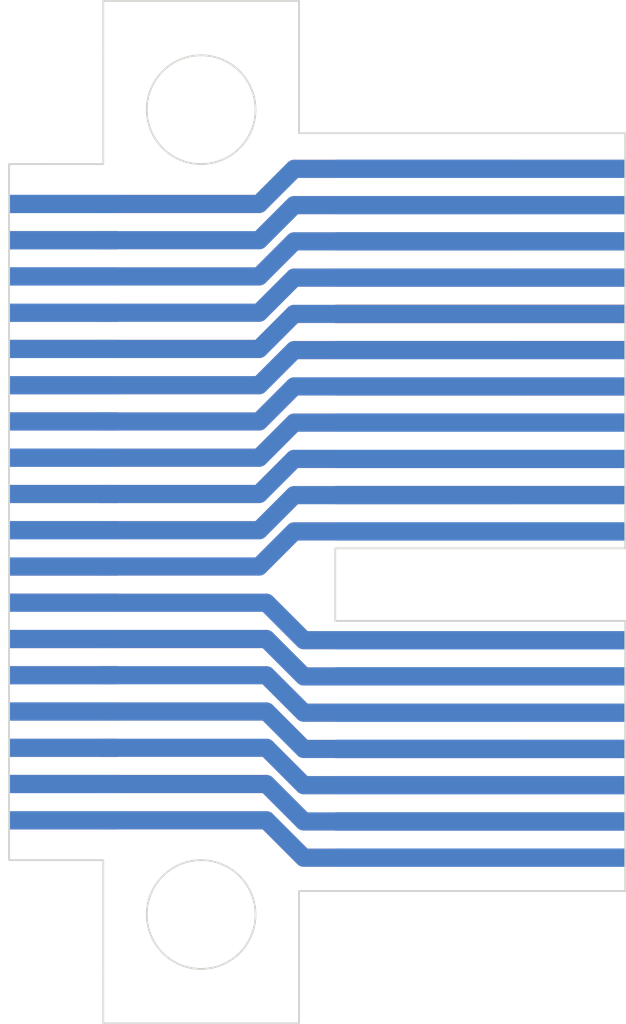
<source format=kicad_pcb>
(kicad_pcb (version 20241229) (generator "pcbnew") (generator_version "9.0")
  (title_block (date "2025-03-12"))
  (layers (0 "F.Cu" signal) (2 "B.Cu" signal) (13 "F.Paste" user) (15 "B.Paste" user) (5 "F.SilkS" user "F.Silkscreen") (7 "B.SilkS" user "B.Silkscreen") (1 "F.Mask" user) (3 "B.Mask" user) (25 "Edge.Cuts" user))
  (net 0 "")
  (footprint "" (layer "F.Cu") (at 73 56.1)
    (property "Reference" "")
    (property "Value" "")
  )
  (footprint "" (layer "F.Cu") (at 86 50.1325)
    (property "Reference" "")
    (property "Value" "")
  )
  (footprint "" (layer "F.Cu") (at 86 58.1325)
    (property "Reference" "")
    (property "Value" "")
  )
  (footprint "" (layer "F.Cu") (at 86 52.1325)
    (property "Reference" "")
    (property "Value" "")
  )
  (footprint "" (layer "F.Cu") (at 86 69.1325)
    (property "Reference" "")
    (property "Value" "")
  )
  (footprint "" (layer "F.Cu") (at 73 53.1)
    (property "Reference" "")
    (property "Value" "")
  )
  (footprint "footprints:F-Cu Copper pad" (layer "F.Cu") (at 86 51.1325)
    (property "Reference" "REF**" (hide yes))
    (property "Value" "Copper pad" (hide yes))
  )
  (footprint "" (layer "F.Cu") (at 86 50.1325)
    (property "Reference" "")
    (property "Value" "")
  )
  (footprint "footprints:F-Cu Copper pad" (layer "F.Cu") (at 86 55.1325)
    (property "Reference" "REF**" (hide yes))
    (property "Value" "Copper pad" (hide yes))
  )
  (footprint "" (layer "F.Cu") (at 74.5 67.1)
    (property "Reference" "")
    (property "Value" "")
  )
  (footprint "" (layer "F.Cu") (at 86 67.1325)
    (property "Reference" "")
    (property "Value" "")
  )
  (footprint "" (layer "F.Cu") (at 86 56.1325)
    (property "Reference" "")
    (property "Value" "")
  )
  (footprint "" (layer "F.Cu") (at 74.5 65.1)
    (property "Reference" "")
    (property "Value" "")
  )
  (footprint "" (layer "F.Cu") (at 74.5 68.1)
    (property "Reference" "")
    (property "Value" "")
  )
  (footprint "" (layer "F.Cu") (at 86 68.1325)
    (property "Reference" "")
    (property "Value" "")
  )
  (footprint "" (layer "F.Cu") (at 86 65.1325)
    (property "Reference" "")
    (property "Value" "")
  )
  (footprint "" (layer "F.Cu") (at 86 58.1325)
    (property "Reference" "")
    (property "Value" "")
  )
  (footprint "" (layer "F.Cu") (at 86 67.1325)
    (property "Reference" "")
    (property "Value" "")
  )
  (footprint "" (layer "F.Cu") (at 86 64.1325)
    (property "Reference" "")
    (property "Value" "")
  )
  (footprint "" (layer "F.Cu") (at 86 55.1325)
    (property "Reference" "")
    (property "Value" "")
  )
  (footprint "footprints:F-Cu Copper pad" (layer "F.Cu") (at 86 59.1325)
    (property "Reference" "REF**" (hide yes))
    (property "Value" "Copper pad" (hide yes))
  )
  (footprint "" (layer "F.Cu") (at 86 60.1325)
    (property "Reference" "")
    (property "Value" "")
  )
  (footprint "" (layer "F.Cu") (at 74.5 51.1)
    (property "Reference" "")
    (property "Value" "")
  )
  (footprint "" (layer "F.Cu") (at 86 54.1325)
    (property "Reference" "")
    (property "Value" "")
  )
  (footprint "" (layer "F.Cu") (at 74.5 64.1)
    (property "Reference" "")
    (property "Value" "")
  )
  (footprint "" (layer "F.Cu") (at 86 67.1325)
    (property "Reference" "")
    (property "Value" "")
  )
  (footprint "" (layer "F.Cu") (at 86 52.1325)
    (property "Reference" "")
    (property "Value" "")
  )
  (footprint "" (layer "F.Cu") (at 73 52.1)
    (property "Reference" "")
    (property "Value" "")
  )
  (footprint "" (layer "F.Cu") (at 86 66.1325)
    (property "Reference" "")
    (property "Value" "")
  )
  (footprint "" (layer "F.Cu") (at 74.5 53.1)
    (property "Reference" "")
    (property "Value" "")
  )
  (footprint "" (layer "F.Cu") (at 86 55.1325)
    (property "Reference" "")
    (property "Value" "")
  )
  (footprint "" (layer "F.Cu") (at 73 59.1)
    (property "Reference" "")
    (property "Value" "")
  )
  (footprint "footprints:F-Cu Copper pad" (layer "F.Cu") (at 86 56.1325)
    (property "Reference" "REF**" (hide yes))
    (property "Value" "Copper pad" (hide yes))
  )
  (footprint "" (layer "F.Cu") (at 74.5 65.1)
    (property "Reference" "")
    (property "Value" "")
  )
  (footprint "footprints:F-Cu Copper pad" (layer "F.Cu") (at 86 60.1325)
    (property "Reference" "REF**" (hide yes))
    (property "Value" "Copper pad" (hide yes))
  )
  (footprint "" (layer "F.Cu") (at 73 60.1)
    (property "Reference" "")
    (property "Value" "")
  )
  (footprint "" (layer "F.Cu") (at 86 59.1325)
    (property "Reference" "")
    (property "Value" "")
  )
  (footprint "" (layer "F.Cu") (at 74.5 62.1)
    (property "Reference" "")
    (property "Value" "")
  )
  (footprint "" (layer "F.Cu") (at 86 63.1325)
    (property "Reference" "")
    (property "Value" "")
  )
  (footprint "" (layer "F.Cu") (at 73 66.1)
    (property "Reference" "")
    (property "Value" "")
  )
  (footprint "" (layer "F.Cu") (at 86 65.1325)
    (property "Reference" "")
    (property "Value" "")
  )
  (footprint "footprints:F-Cu Copper pad" (layer "F.Cu") (at 86 54.1325)
    (property "Reference" "REF**" (hide yes))
    (property "Value" "Copper pad" (hide yes))
  )
  (footprint "" (layer "F.Cu") (at 86 54.1325)
    (property "Reference" "")
    (property "Value" "")
  )
  (footprint "" (layer "F.Cu") (at 74.5 60.1)
    (property "Reference" "")
    (property "Value" "")
  )
  (footprint "" (layer "F.Cu") (at 86 53.1325)
    (property "Reference" "")
    (property "Value" "")
  )
  (footprint "" (layer "F.Cu") (at 86 57.1325)
    (property "Reference" "")
    (property "Value" "")
  )
  (footprint "" (layer "F.Cu") (at 86 63.1325)
    (property "Reference" "")
    (property "Value" "")
  )
  (footprint "footprints:F-Cu Copper pad" (layer "F.Cu") (at 86 67.1325)
    (property "Reference" "REF**" (hide yes))
    (property "Value" "Copper pad" (hide yes))
  )
  (footprint "" (layer "F.Cu") (at 86 66.1325)
    (property "Reference" "")
    (property "Value" "")
  )
  (footprint "" (layer "F.Cu") (at 73 52.1)
    (property "Reference" "")
    (property "Value" "")
  )
  (footprint "" (layer "F.Cu") (at 74.5 58.1)
    (property "Reference" "")
    (property "Value" "")
  )
  (footprint "footprints:F-Cu Copper pad" (layer "F.Cu") (at 86 53.1325)
    (property "Reference" "REF**" (hide yes))
    (property "Value" "Copper pad" (hide yes))
  )
  (footprint "" (layer "F.Cu") (at 86 64.1325)
    (property "Reference" "")
    (property "Value" "")
  )
  (footprint "" (layer "F.Cu") (at 74.5 55.1)
    (property "Reference" "")
    (property "Value" "")
  )
  (footprint "footprints:F-Cu Copper pad" (layer "F.Cu") (at 86 53.1325)
    (property "Reference" "REF**" (hide yes))
    (property "Value" "Copper pad" (hide yes))
  )
  (footprint "" (layer "F.Cu") (at 73 60.1)
    (property "Reference" "")
    (property "Value" "")
  )
  (footprint "" (layer "F.Cu") (at 86 58.1325)
    (property "Reference" "")
    (property "Value" "")
  )
  (footprint "" (layer "F.Cu") (at 86 66.1325)
    (property "Reference" "")
    (property "Value" "")
  )
  (footprint "" (layer "F.Cu") (at 86 51.1325)
    (property "Reference" "")
    (property "Value" "")
  )
  (footprint "footprints:F-Cu Copper pad" (layer "F.Cu") (at 86 57.1325)
    (property "Reference" "REF**" (hide yes))
    (property "Value" "Copper pad" (hide yes))
  )
  (footprint "" (layer "F.Cu") (at 74.5 53.1)
    (property "Reference" "")
    (property "Value" "")
  )
  (footprint "" (layer "F.Cu") (at 86 67.1325)
    (property "Reference" "")
    (property "Value" "")
  )
  (footprint "" (layer "F.Cu") (at 74.5 64.1)
    (property "Reference" "")
    (property "Value" "")
  )
  (footprint "" (layer "F.Cu") (at 73 57.1)
    (property "Reference" "")
    (property "Value" "")
  )
  (footprint "" (layer "F.Cu") (at 74.5 54.1)
    (property "Reference" "")
    (property "Value" "")
  )
  (footprint "" (layer "F.Cu") (at 86 63.1325)
    (property "Reference" "")
    (property "Value" "")
  )
  (footprint "" (layer "F.Cu") (at 74.5 57.1)
    (property "Reference" "")
    (property "Value" "")
  )
  (footprint "" (layer "F.Cu") (at 86 68.1325)
    (property "Reference" "")
    (property "Value" "")
  )
  (footprint "footprints:F-Cu Copper pad" (layer "F.Cu") (at 86 64.1325)
    (property "Reference" "REF**" (hide yes))
    (property "Value" "Copper pad" (hide yes))
  )
  (footprint "" (layer "F.Cu") (at 86 69.1325)
    (property "Reference" "")
    (property "Value" "")
  )
  (footprint "" (layer "F.Cu") (at 73 61.1)
    (property "Reference" "")
    (property "Value" "")
  )
  (footprint "" (layer "F.Cu") (at 86 67.1325)
    (property "Reference" "")
    (property "Value" "")
  )
  (footprint "" (layer "F.Cu") (at 86 65.1325)
    (property "Reference" "")
    (property "Value" "")
  )
  (footprint "" (layer "F.Cu") (at 74.5 57.1)
    (property "Reference" "")
    (property "Value" "")
  )
  (footprint "footprints:F-Cu Copper pad" (layer "F.Cu") (at 86 68.1325)
    (property "Reference" "REF**" (hide yes))
    (property "Value" "Copper pad" (hide yes))
  )
  (footprint "" (layer "F.Cu") (at 74.5 62.1)
    (property "Reference" "")
    (property "Value" "")
  )
  (footprint "" (layer "F.Cu") (at 86 64.1325)
    (property "Reference" "")
    (property "Value" "")
  )
  (footprint "" (layer "F.Cu") (at 86 68.1325)
    (property "Reference" "")
    (property "Value" "")
  )
  (footprint "" (layer "F.Cu") (at 73 54.1)
    (property "Reference" "")
    (property "Value" "")
  )
  (footprint "" (layer "F.Cu") (at 86 64.1325)
    (property "Reference" "")
    (property "Value" "")
  )
  (footprint "" (layer "F.Cu") (at 73 67.1)
    (property "Reference" "")
    (property "Value" "")
  )
  (footprint "" (layer "F.Cu") (at 73 68.1)
    (property "Reference" "")
    (property "Value" "")
  )
  (footprint "" (layer "F.Cu") (at 73 55.1)
    (property "Reference" "")
    (property "Value" "")
  )
  (footprint "" (layer "F.Cu") (at 86 56.1325)
    (property "Reference" "")
    (property "Value" "")
  )
  (footprint "" (layer "F.Cu") (at 86 69.1325)
    (property "Reference" "")
    (property "Value" "")
  )
  (footprint "" (layer "F.Cu") (at 86 56.1325)
    (property "Reference" "")
    (property "Value" "")
  )
  (footprint "" (layer "F.Cu") (at 86 69.1325)
    (property "Reference" "")
    (property "Value" "")
  )
  (footprint "" (layer "F.Cu") (at 86 66.1325)
    (property "Reference" "")
    (property "Value" "")
  )
  (footprint "" (layer "F.Cu") (at 86 65.1325)
    (property "Reference" "")
    (property "Value" "")
  )
  (footprint "footprints:F-Cu Copper pad" (layer "F.Cu") (at 86 52.1325)
    (property "Reference" "REF**" (hide yes))
    (property "Value" "Copper pad" (hide yes))
  )
  (footprint "" (layer "F.Cu") (at 74.5 60.1)
    (property "Reference" "")
    (property "Value" "")
  )
  (footprint "footprints:F-Cu Copper pad" (layer "F.Cu") (at 86 50.1325)
    (property "Reference" "REF**" (hide yes))
    (property "Value" "Copper pad" (hide yes))
  )
  (footprint "" (layer "F.Cu") (at 73 58.1)
    (property "Reference" "")
    (property "Value" "")
  )
  (footprint "" (layer "F.Cu") (at 74.5 63.1)
    (property "Reference" "")
    (property "Value" "")
  )
  (footprint "" (layer "F.Cu") (at 74.5 63.1)
    (property "Reference" "")
    (property "Value" "")
  )
  (footprint "" (layer "F.Cu") (at 73 62.1)
    (property "Reference" "")
    (property "Value" "")
  )
  (footprint "" (layer "F.Cu") (at 74.5 51.1)
    (property "Reference" "")
    (property "Value" "")
  )
  (footprint "" (layer "F.Cu") (at 74.5 54.1)
    (property "Reference" "")
    (property "Value" "")
  )
  (footprint "" (layer "F.Cu") (at 86 63.1325)
    (property "Reference" "")
    (property "Value" "")
  )
  (footprint "" (layer "F.Cu") (at 86 68.1325)
    (property "Reference" "")
    (property "Value" "")
  )
  (footprint "" (layer "F.Cu") (at 86 67.1325)
    (property "Reference" "")
    (property "Value" "")
  )
  (footprint "" (layer "F.Cu") (at 86 54.1325)
    (property "Reference" "")
    (property "Value" "")
  )
  (footprint "" (layer "F.Cu") (at 86 63.1325)
    (property "Reference" "")
    (property "Value" "")
  )
  (footprint "" (layer "F.Cu") (at 86 53.1325)
    (property "Reference" "")
    (property "Value" "")
  )
  (footprint "" (layer "F.Cu") (at 73 58.1)
    (property "Reference" "")
    (property "Value" "")
  )
  (footprint "" (layer "F.Cu") (at 86 58.1325)
    (property "Reference" "")
    (property "Value" "")
  )
  (footprint "" (layer "F.Cu") (at 74.5 56.1)
    (property "Reference" "")
    (property "Value" "")
  )
  (footprint "" (layer "F.Cu") (at 73 51.1)
    (property "Reference" "")
    (property "Value" "")
  )
  (footprint "footprints:F-Cu Copper pad" (layer "F.Cu") (at 86 65.1325)
    (property "Reference" "REF**" (hide yes))
    (property "Value" "Copper pad" (hide yes))
  )
  (footprint "footprints:F-Cu Copper pad" (layer "F.Cu") (at 86 56.1325)
    (property "Reference" "REF**" (hide yes))
    (property "Value" "Copper pad" (hide yes))
  )
  (footprint "" (layer "F.Cu") (at 86 53.1325)
    (property "Reference" "")
    (property "Value" "")
  )
  (footprint "" (layer "F.Cu") (at 74.5 61.1)
    (property "Reference" "")
    (property "Value" "")
  )
  (footprint "" (layer "F.Cu") (at 74.5 67.1)
    (property "Reference" "")
    (property "Value" "")
  )
  (footprint "" (layer "F.Cu") (at 73 53.1)
    (property "Reference" "")
    (property "Value" "")
  )
  (footprint "footprints:F-Cu Copper pad" (layer "F.Cu") (at 86 58.1325)
    (property "Reference" "REF**" (hide yes))
    (property "Value" "Copper pad" (hide yes))
  )
  (footprint "" (layer "F.Cu") (at 73 51.1)
    (property "Reference" "")
    (property "Value" "")
  )
  (footprint "" (layer "F.Cu") (at 86 64.1325)
    (property "Reference" "")
    (property "Value" "")
  )
  (footprint "" (layer "F.Cu") (at 86 68.1325)
    (property "Reference" "")
    (property "Value" "")
  )
  (footprint "" (layer "F.Cu") (at 74.5 58.1)
    (property "Reference" "")
    (property "Value" "")
  )
  (footprint "" (layer "F.Cu") (at 86 65.1325)
    (property "Reference" "")
    (property "Value" "")
  )
  (footprint "" (layer "F.Cu") (at 86 64.1325)
    (property "Reference" "")
    (property "Value" "")
  )
  (footprint "" (layer "F.Cu") (at 86 56.1325)
    (property "Reference" "")
    (property "Value" "")
  )
  (footprint "" (layer "F.Cu") (at 74.5 55.1)
    (property "Reference" "")
    (property "Value" "")
  )
  (footprint "" (layer "F.Cu") (at 86 57.1325)
    (property "Reference" "")
    (property "Value" "")
  )
  (footprint "" (layer "F.Cu") (at 86 55.1325)
    (property "Reference" "")
    (property "Value" "")
  )
  (footprint "" (layer "F.Cu") (at 74.5 52.1)
    (property "Reference" "")
    (property "Value" "")
  )
  (footprint "" (layer "F.Cu") (at 86 65.1325)
    (property "Reference" "")
    (property "Value" "")
  )
  (footprint "" (layer "F.Cu") (at 86 58.1325)
    (property "Reference" "")
    (property "Value" "")
  )
  (footprint "" (layer "F.Cu") (at 86 51.1325)
    (property "Reference" "")
    (property "Value" "")
  )
  (footprint "" (layer "F.Cu") (at 86 57.1325)
    (property "Reference" "")
    (property "Value" "")
  )
  (footprint "footprints:F-Cu Copper pad" (layer "F.Cu") (at 86 66.1325)
    (property "Reference" "REF**" (hide yes))
    (property "Value" "Copper pad" (hide yes))
  )
  (footprint "" (layer "F.Cu") (at 74.5 54.1)
    (property "Reference" "")
    (property "Value" "")
  )
  (footprint "" (layer "F.Cu") (at 86 63.1325)
    (property "Reference" "")
    (property "Value" "")
  )
  (footprint "" (layer "F.Cu") (at 86 66.1325)
    (property "Reference" "")
    (property "Value" "")
  )
  (footprint "footprints:F-Cu Copper pad" (layer "F.Cu") (at 86 69.1325)
    (property "Reference" "REF**" (hide yes))
    (property "Value" "Copper pad" (hide yes))
  )
  (footprint "" (layer "F.Cu") (at 86 65.1325)
    (property "Reference" "")
    (property "Value" "")
  )
  (footprint "" (layer "F.Cu") (at 74.5 61.1)
    (property "Reference" "")
    (property "Value" "")
  )
  (footprint "" (layer "F.Cu") (at 86 66.1325)
    (property "Reference" "")
    (property "Value" "")
  )
  (footprint "footprints:F-Cu Copper pad" (layer "F.Cu") (at 86 55.1325)
    (property "Reference" "REF**" (hide yes))
    (property "Value" "Copper pad" (hide yes))
  )
  (footprint "" (layer "F.Cu") (at 86 55.1325)
    (property "Reference" "")
    (property "Value" "")
  )
  (footprint "" (layer "F.Cu") (at 73 55.1)
    (property "Reference" "")
    (property "Value" "")
  )
  (footprint "" (layer "F.Cu") (at 86 68.1325)
    (property "Reference" "")
    (property "Value" "")
  )
  (footprint "" (layer "F.Cu") (at 74.5 66.1)
    (property "Reference" "")
    (property "Value" "")
  )
  (footprint "" (layer "F.Cu") (at 74.5 66.1)
    (property "Reference" "")
    (property "Value" "")
  )
  (footprint "footprints:F-Cu Copper pad" (layer "F.Cu") (at 86 63.1325)
    (property "Reference" "REF**" (hide yes))
    (property "Value" "Copper pad" (hide yes))
  )
  (footprint "" (layer "F.Cu") (at 86 53.1325)
    (property "Reference" "")
    (property "Value" "")
  )
  (footprint "" (layer "F.Cu") (at 86 69.1325)
    (property "Reference" "")
    (property "Value" "")
  )
  (footprint "" (layer "F.Cu") (at 74.5 56.1)
    (property "Reference" "")
    (property "Value" "")
  )
  (footprint "" (layer "F.Cu") (at 73 64.1)
    (property "Reference" "")
    (property "Value" "")
  )
  (footprint "" (layer "F.Cu") (at 73 57.1)
    (property "Reference" "")
    (property "Value" "")
  )
  (footprint "" (layer "F.Cu") (at 74.5 51.1)
    (property "Reference" "")
    (property "Value" "")
  )
  (footprint "" (layer "F.Cu") (at 86 69.1325)
    (property "Reference" "")
    (property "Value" "")
  )
  (footprint "footprints:F-Cu Copper pad" (layer "F.Cu") (at 86 54.1325)
    (property "Reference" "REF**" (hide yes))
    (property "Value" "Copper pad" (hide yes))
  )
  (footprint "" (layer "F.Cu") (at 86 52.1325)
    (property "Reference" "")
    (property "Value" "")
  )
  (footprint "" (layer "F.Cu") (at 86 57.1325)
    (property "Reference" "")
    (property "Value" "")
  )
  (footprint "" (layer "F.Cu") (at 86 63.1325)
    (property "Reference" "")
    (property "Value" "")
  )
  (footprint "" (layer "F.Cu") (at 86 54.1325)
    (property "Reference" "")
    (property "Value" "")
  )
  (footprint "" (layer "F.Cu") (at 86 57.1325)
    (property "Reference" "")
    (property "Value" "")
  )
  (footprint "" (layer "F.Cu") (at 86 64.1325)
    (property "Reference" "")
    (property "Value" "")
  )
  (footprint "" (layer "F.Cu") (at 86 68.1325)
    (property "Reference" "")
    (property "Value" "")
  )
  (footprint "" (layer "F.Cu") (at 73 65.1)
    (property "Reference" "")
    (property "Value" "")
  )
  (footprint "" (layer "F.Cu") (at 86 50.1325)
    (property "Reference" "")
    (property "Value" "")
  )
  (footprint "" (layer "F.Cu") (at 74.5 53.1)
    (property "Reference" "")
    (property "Value" "")
  )
  (footprint "" (layer "F.Cu") (at 73 54.1)
    (property "Reference" "")
    (property "Value" "")
  )
  (footprint "" (layer "F.Cu") (at 73 63.1)
    (property "Reference" "")
    (property "Value" "")
  )
  (footprint "" (layer "F.Cu") (at 74.5 68.1)
    (property "Reference" "")
    (property "Value" "")
  )
  (footprint "" (layer "F.Cu") (at 86 69.1325)
    (property "Reference" "")
    (property "Value" "")
  )
  (footprint "" (layer "F.Cu") (at 74.5 52.1)
    (property "Reference" "")
    (property "Value" "")
  )
  (footprint "" (layer "F.Cu") (at 74.5 52.1)
    (property "Reference" "")
    (property "Value" "")
  )
  (footprint "" (layer "F.Cu") (at 86 67.1325)
    (property "Reference" "")
    (property "Value" "")
  )
  (footprint "" (layer "F.Cu") (at 86 66.1325)
    (property "Reference" "")
    (property "Value" "")
  )
  (footprint "" (layer "F.Cu") (at 73 56.1)
    (property "Reference" "")
    (property "Value" "")
  )
  (footprint "footprints:F-Cu Copper pad" (layer "B.Cu") (at 86 56.1325 180)
    (property "Reference" "REF**" (hide yes))
    (property "Value" "Copper pad" (hide yes))
  )
  (footprint "" (layer "B.Cu") (at 86 67.1325 180)
    (property "Reference" "")
    (property "Value" "")
  )
  (footprint "" (layer "B.Cu") (at 86 58.1325 180)
    (property "Reference" "")
    (property "Value" "")
  )
  (footprint "" (layer "B.Cu") (at 86 67.1325 180)
    (property "Reference" "")
    (property "Value" "")
  )
  (footprint "" (layer "B.Cu") (at 86 64.1325 180)
    (property "Reference" "")
    (property "Value" "")
  )
  (footprint "" (layer "B.Cu") (at 73 61.1)
    (property "Reference" "")
    (property "Value" "")
  )
  (footprint "" (layer "B.Cu") (at 86 65.1325 180)
    (property "Reference" "")
    (property "Value" "")
  )
  (footprint "" (layer "B.Cu") (at 86 57.1325 180)
    (property "Reference" "")
    (property "Value" "")
  )
  (footprint "footprints:F-Cu Copper pad" (layer "B.Cu") (at 86 50.1325 180)
    (property "Reference" "REF**" (hide yes))
    (property "Value" "Copper pad" (hide yes))
  )
  (footprint "" (layer "B.Cu") (at 86 67.1325 180)
    (property "Reference" "")
    (property "Value" "")
  )
  (footprint "" (layer "B.Cu") (at 73 66.1)
    (property "Reference" "")
    (property "Value" "")
  )
  (footprint "" (layer "B.Cu") (at 86 60.1325 180)
    (property "Reference" "")
    (property "Value" "")
  )
  (footprint "" (layer "B.Cu") (at 73 63.1)
    (property "Reference" "")
    (property "Value" "")
  )
  (footprint "" (layer "B.Cu") (at 86 53.1325 180)
    (property "Reference" "")
    (property "Value" "")
  )
  (footprint "" (layer "B.Cu") (at 86 53.1325 180)
    (property "Reference" "")
    (property "Value" "")
  )
  (footprint "" (layer "B.Cu") (at 73 60.1)
    (property "Reference" "")
    (property "Value" "")
  )
  (footprint "" (layer "B.Cu") (at 86 66.1325 180)
    (property "Reference" "")
    (property "Value" "")
  )
  (footprint "" (layer "B.Cu") (at 86 55.1325 180)
    (property "Reference" "")
    (property "Value" "")
  )
  (footprint "" (layer "B.Cu") (at 73 59.1)
    (property "Reference" "")
    (property "Value" "")
  )
  (footprint "" (layer "B.Cu") (at 86 60.1325 180)
    (property "Reference" "")
    (property "Value" "")
  )
  (footprint "" (layer "B.Cu") (at 73 53.1)
    (property "Reference" "")
    (property "Value" "")
  )
  (footprint "" (layer "B.Cu") (at 86 63.1325 180)
    (property "Reference" "")
    (property "Value" "")
  )
  (footprint "" (layer "B.Cu") (at 86 65.1325 180)
    (property "Reference" "")
    (property "Value" "")
  )
  (footprint "" (layer "B.Cu") (at 73 52.1)
    (property "Reference" "")
    (property "Value" "")
  )
  (footprint "" (layer "B.Cu") (at 86 54.1325 180)
    (property "Reference" "")
    (property "Value" "")
  )
  (footprint "" (layer "B.Cu") (at 86 69.1325 180)
    (property "Reference" "")
    (property "Value" "")
  )
  (footprint "" (layer "B.Cu") (at 86 57.1325 180)
    (property "Reference" "")
    (property "Value" "")
  )
  (footprint "footprints:F-Cu Copper pad" (layer "B.Cu") (at 86 64.1325 180)
    (property "Reference" "REF**" (hide yes))
    (property "Value" "Copper pad" (hide yes))
  )
  (footprint "" (layer "B.Cu") (at 73 62.1)
    (property "Reference" "")
    (property "Value" "")
  )
  (footprint "" (layer "B.Cu") (at 86 63.1325 180)
    (property "Reference" "")
    (property "Value" "")
  )
  (footprint "" (layer "B.Cu") (at 86 59.1325 180)
    (property "Reference" "")
    (property "Value" "")
  )
  (footprint "" (layer "B.Cu") (at 86 56.1325 180)
    (property "Reference" "")
    (property "Value" "")
  )
  (footprint "footprints:F-Cu Copper pad" (layer "B.Cu") (at 86 66.1325 180)
    (property "Reference" "REF**" (hide yes))
    (property "Value" "Copper pad" (hide yes))
  )
  (footprint "" (layer "B.Cu") (at 86 54.1325 180)
    (property "Reference" "")
    (property "Value" "")
  )
  (footprint "" (layer "B.Cu") (at 86 53.1325 180)
    (property "Reference" "")
    (property "Value" "")
  )
  (footprint "" (layer "B.Cu") (at 86 59.1325 180)
    (property "Reference" "")
    (property "Value" "")
  )
  (footprint "" (layer "B.Cu") (at 86 54.1325 180)
    (property "Reference" "")
    (property "Value" "")
  )
  (footprint "footprints:F-Cu Copper pad" (layer "B.Cu") (at 86 59.1325 180)
    (property "Reference" "REF**" (hide yes))
    (property "Value" "Copper pad" (hide yes))
  )
  (footprint "" (layer "B.Cu") (at 86 60.1325 180)
    (property "Reference" "")
    (property "Value" "")
  )
  (footprint "" (layer "B.Cu") (at 73 58.1)
    (property "Reference" "")
    (property "Value" "")
  )
  (footprint "" (layer "B.Cu") (at 86 58.1325 180)
    (property "Reference" "")
    (property "Value" "")
  )
  (footprint "footprints:F-Cu Copper pad" (layer "B.Cu") (at 86 63.1325 180)
    (property "Reference" "REF**" (hide yes))
    (property "Value" "Copper pad" (hide yes))
  )
  (footprint "footprints:F-Cu Copper pad" (layer "B.Cu") (at 86 65.1325 180)
    (property "Reference" "REF**" (hide yes))
    (property "Value" "Copper pad" (hide yes))
  )
  (footprint "" (layer "B.Cu") (at 86 54.1325 180)
    (property "Reference" "")
    (property "Value" "")
  )
  (footprint "" (layer "B.Cu") (at 86 58.1325 180)
    (property "Reference" "")
    (property "Value" "")
  )
  (footprint "" (layer "B.Cu") (at 86 66.1325 180)
    (property "Reference" "")
    (property "Value" "")
  )
  (footprint "footprints:F-Cu Copper pad" (layer "B.Cu") (at 86 57.1325 180)
    (property "Reference" "REF**" (hide yes))
    (property "Value" "Copper pad" (hide yes))
  )
  (footprint "" (layer "B.Cu") (at 73 55.1)
    (property "Reference" "")
    (property "Value" "")
  )
  (footprint "footprints:F-Cu Copper pad" (layer "B.Cu") (at 86 51.1325 180)
    (property "Reference" "REF**" (hide yes))
    (property "Value" "Copper pad" (hide yes))
  )
  (footprint "" (layer "B.Cu") (at 86 54.1325 180)
    (property "Reference" "")
    (property "Value" "")
  )
  (footprint "" (layer "B.Cu") (at 73 56.1)
    (property "Reference" "")
    (property "Value" "")
  )
  (footprint "" (layer "B.Cu") (at 86 53.1325 180)
    (property "Reference" "")
    (property "Value" "")
  )
  (footprint "" (layer "B.Cu") (at 73 65.1)
    (property "Reference" "")
    (property "Value" "")
  )
  (footprint "" (layer "B.Cu") (at 73 54.1)
    (property "Reference" "")
    (property "Value" "")
  )
  (footprint "" (layer "B.Cu") (at 86 51.1325 180)
    (property "Reference" "")
    (property "Value" "")
  )
  (footprint "" (layer "B.Cu") (at 86 57.1325 180)
    (property "Reference" "")
    (property "Value" "")
  )
  (footprint "" (layer "B.Cu") (at 86 63.1325 180)
    (property "Reference" "")
    (property "Value" "")
  )
  (footprint "" (layer "B.Cu") (at 86 59.1325 180)
    (property "Reference" "")
    (property "Value" "")
  )
  (footprint "" (layer "B.Cu") (at 86 53.1325 180)
    (property "Reference" "")
    (property "Value" "")
  )
  (footprint "" (layer "B.Cu") (at 86 68.1325 180)
    (property "Reference" "")
    (property "Value" "")
  )
  (footprint "" (layer "B.Cu") (at 86 66.1325 180)
    (property "Reference" "")
    (property "Value" "")
  )
  (footprint "" (layer "B.Cu") (at 86 69.1325 180)
    (property "Reference" "")
    (property "Value" "")
  )
  (footprint "footprints:F-Cu Copper pad" (layer "B.Cu") (at 86 54.1325 180)
    (property "Reference" "REF**" (hide yes))
    (property "Value" "Copper pad" (hide yes))
  )
  (footprint "footprints:F-Cu Copper pad" (layer "B.Cu") (at 86 67.1325 180)
    (property "Reference" "REF**" (hide yes))
    (property "Value" "Copper pad" (hide yes))
  )
  (footprint "" (layer "B.Cu") (at 86 50.1325 180)
    (property "Reference" "")
    (property "Value" "")
  )
  (footprint "footprints:F-Cu Copper pad" (layer "B.Cu") (at 86 60.1325 180)
    (property "Reference" "REF**" (hide yes))
    (property "Value" "Copper pad" (hide yes))
  )
  (footprint "" (layer "B.Cu") (at 86 52.1325 180)
    (property "Reference" "")
    (property "Value" "")
  )
  (footprint "footprints:F-Cu Copper pad" (layer "B.Cu") (at 86 69.1325 180)
    (property "Reference" "REF**" (hide yes))
    (property "Value" "Copper pad" (hide yes))
  )
  (footprint "" (layer "B.Cu") (at 86 64.1325 180)
    (property "Reference" "")
    (property "Value" "")
  )
  (footprint "" (layer "B.Cu") (at 86 64.1325 180)
    (property "Reference" "")
    (property "Value" "")
  )
  (footprint "footprints:F-Cu Copper pad" (layer "B.Cu") (at 86 68.1325 180)
    (property "Reference" "REF**" (hide yes))
    (property "Value" "Copper pad" (hide yes))
  )
  (footprint "footprints:F-Cu Copper pad" (layer "B.Cu") (at 86 52.1325 180)
    (property "Reference" "REF**" (hide yes))
    (property "Value" "Copper pad" (hide yes))
  )
  (footprint "" (layer "B.Cu") (at 86 69.1325 180)
    (property "Reference" "")
    (property "Value" "")
  )
  (footprint "" (layer "B.Cu") (at 73 68.1)
    (property "Reference" "")
    (property "Value" "")
  )
  (footprint "" (layer "B.Cu") (at 86 68.1325 180)
    (property "Reference" "")
    (property "Value" "")
  )
  (footprint "" (layer "B.Cu") (at 86 65.1325 180)
    (property "Reference" "")
    (property "Value" "")
  )
  (footprint "footprints:F-Cu Copper pad" (layer "B.Cu") (at 86 58.1325 180)
    (property "Reference" "REF**" (hide yes))
    (property "Value" "Copper pad" (hide yes))
  )
  (footprint "" (layer "B.Cu") (at 73 64.1)
    (property "Reference" "")
    (property "Value" "")
  )
  (footprint "footprints:F-Cu Copper pad" (layer "B.Cu") (at 86 55.1325 180)
    (property "Reference" "REF**" (hide yes))
    (property "Value" "Copper pad" (hide yes))
  )
  (footprint "" (layer "B.Cu") (at 73 51.1)
    (property "Reference" "")
    (property "Value" "")
  )
  (footprint "" (layer "B.Cu") (at 73 57.1)
    (property "Reference" "")
    (property "Value" "")
  )
  (footprint "" (layer "B.Cu") (at 86 68.1325 180)
    (property "Reference" "")
    (property "Value" "")
  )
  (footprint "footprints:F-Cu Copper pad" (layer "B.Cu") (at 86 53.1325 180)
    (property "Reference" "REF**" (hide yes))
    (property "Value" "Copper pad" (hide yes))
  )
  (footprint "" (layer "B.Cu") (at 73 67.1)
    (property "Reference" "")
    (property "Value" "")
  )
  (gr_line (start 82 62.6) (end 90 62.6) (stroke (width 0.05)) (layer "Edge.Cuts"))
  (gr_line (start 75.6 50) (end 74 50) (stroke (width 0.05)) (layer "Edge.Cuts"))
  (gr_circle (center 78.3 70.7) (end 78.3 72.2) (stroke (width 0.05)) (fill no) (layer "Edge.Cuts"))
  (gr_line (start 81 72.2) (end 81 73.7) (stroke (width 0.05)) (layer "Edge.Cuts"))
  (gr_line (start 75.6 72.2) (end 75.6 73.7) (stroke (width 0.05)) (layer "Edge.Cuts"))
  (gr_line (start 75.6 47) (end 75.6 45.5) (stroke (width 0.05)) (layer "Edge.Cuts"))
  (gr_line (start 75.6 73.7) (end 81 73.7) (stroke (width 0.05)) (layer "Edge.Cuts"))
  (gr_line (start 90 62.6) (end 90 70.05) (stroke (width 0.05)) (layer "Edge.Cuts"))
  (gr_line (start 90 49.15) (end 90 60.6) (stroke (width 0.05)) (layer "Edge.Cuts"))
  (gr_line (start 75.6 45.5) (end 81 45.5) (stroke (width 0.05)) (layer "Edge.Cuts"))
  (gr_line (start 81 70.05) (end 81 72.2) (stroke (width 0.05)) (layer "Edge.Cuts"))
  (gr_line (start 74 69.2) (end 73 69.2) (stroke (width 0.05)) (layer "Edge.Cuts"))
  (gr_line (start 75.6 69.2) (end 74 69.2) (stroke (width 0.05)) (layer "Edge.Cuts"))
  (gr_line (start 74 50) (end 73 50) (stroke (width 0.05)) (layer "Edge.Cuts"))
  (gr_line (start 75.6 47) (end 75.6 50) (stroke (width 0.05)) (layer "Edge.Cuts"))
  (gr_line (start 81 47) (end 81 45.5) (stroke (width 0.05)) (layer "Edge.Cuts"))
  (gr_circle (center 78.3 48.5) (end 78.3 50) (stroke (width 0.05)) (fill no) (layer "Edge.Cuts"))
  (gr_line (start 81 49.15) (end 81 47) (stroke (width 0.05)) (layer "Edge.Cuts"))
  (gr_line (start 75.6 72.2) (end 75.6 69.2) (stroke (width 0.05)) (layer "Edge.Cuts"))
  (gr_line (start 73 50) (end 73 69.2) (stroke (width 0.05)) (layer "Edge.Cuts"))
  (gr_line (start 90 70.05) (end 81 70.05) (stroke (width 0.05)) (layer "Edge.Cuts"))
  (gr_line (start 82 60.6) (end 82 62.6) (stroke (width 0.05)) (layer "Edge.Cuts"))
  (gr_line (start 90 49.15) (end 81 49.15) (stroke (width 0.05)) (layer "Edge.Cuts"))
  (gr_line (start 90 60.6) (end 82 60.6) (stroke (width 0.05)) (layer "Edge.Cuts"))
  (segment (start 87 63.1325) (end 81.1325 63.1325) (width 0.5) (layer "F.Cu") (net 0))
  (segment (start 87 68.1325) (end 81.1325 68.1325) (width 0.5) (layer "F.Cu") (net 0))
  (segment (start 81.1325 65.1325) (end 80.1 64.1) (width 0.5) (layer "F.Cu") (net 0))
  (segment (start 79.9 58.1) (end 75.5 58.1) (width 0.5) (layer "F.Cu") (net 0))
  (segment (start 87 57.1325) (end 80.8675 57.1325) (width 0.5) (layer "F.Cu") (net 0))
  (segment (start 81.1325 67.1325) (end 80.1 66.1) (width 0.5) (layer "F.Cu") (net 0))
  (segment (start 80.1 64.1) (end 75.5 64.1) (width 0.5) (layer "F.Cu") (net 0))
  (segment (start 79.9 59.1) (end 75.5 59.1) (width 0.5) (layer "F.Cu") (net 0))
  (segment (start 87 51.1325) (end 80.8675 51.1325) (width 0.5) (layer "F.Cu") (net 0))
  (segment (start 80.8675 57.1325) (end 79.9 58.1) (width 0.5) (layer "F.Cu") (net 0))
  (segment (start 87 54.1325) (end 80.8675 54.1325) (width 0.5) (layer "F.Cu") (net 0))
  (segment (start 79.9 60.1) (end 75.5 60.1) (width 0.5) (layer "F.Cu") (net 0))
  (segment (start 87 50.1325) (end 80.8675 50.1325) (width 0.5) (layer "F.Cu") (net 0))
  (segment (start 79.9 56.1) (end 75.5 56.1) (width 0.5) (layer "F.Cu") (net 0))
  (segment (start 87 58.1325) (end 80.8675 58.1325) (width 0.5) (layer "F.Cu") (net 0))
  (segment (start 79.9 51.1) (end 75.5 51.1) (width 0.5) (layer "F.Cu") (net 0))
  (segment (start 79.9 52.1) (end 75.5 52.1) (width 0.5) (layer "F.Cu") (net 0))
  (segment (start 79.9 57.1) (end 75.5 57.1) (width 0.5) (layer "F.Cu") (net 0))
  (segment (start 81.1325 64.1325) (end 80.1 63.1) (width 0.5) (layer "F.Cu") (net 0))
  (segment (start 80.8675 54.1325) (end 79.9 55.1) (width 0.5) (layer "F.Cu") (net 0))
  (segment (start 80.8675 59.1325) (end 79.9 60.1) (width 0.5) (layer "F.Cu") (net 0))
  (segment (start 80.8675 50.1325) (end 79.9 51.1) (width 0.5) (layer "F.Cu") (net 0))
  (segment (start 80.8675 51.1325) (end 79.9 52.1) (width 0.5) (layer "F.Cu") (net 0))
  (segment (start 87 69.1325) (end 81.1325 69.1325) (width 0.5) (layer "F.Cu") (net 0))
  (segment (start 80.8675 53.1325) (end 79.9 54.1) (width 0.5) (layer "F.Cu") (net 0))
  (segment (start 87 65.1325) (end 81.1325 65.1325) (width 0.5) (layer "F.Cu") (net 0))
  (segment (start 80.1 62.1) (end 75.5 62.1) (width 0.5) (layer "F.Cu") (net 0))
  (segment (start 80.1 68.1) (end 75.5 68.1) (width 0.5) (layer "F.Cu") (net 0))
  (segment (start 80.8675 52.1325) (end 79.9 53.1) (width 0.5) (layer "F.Cu") (net 0))
  (segment (start 80.1 66.1) (end 75.5 66.1) (width 0.5) (layer "F.Cu") (net 0))
  (segment (start 81.1325 63.1325) (end 80.1 62.1) (width 0.5) (layer "F.Cu") (net 0))
  (segment (start 87 60.1325) (end 80.8675 60.1325) (width 0.5) (layer "F.Cu") (net 0))
  (segment (start 80.1 63.1) (end 75.5 63.1) (width 0.5) (layer "F.Cu") (net 0))
  (segment (start 81.1325 66.1325) (end 80.1 65.1) (width 0.5) (layer "F.Cu") (net 0))
  (segment (start 87 66.1325) (end 81.1325 66.1325) (width 0.5) (layer "F.Cu") (net 0))
  (segment (start 87 56.1325) (end 80.8675 56.1325) (width 0.5) (layer "F.Cu") (net 0))
  (segment (start 81.1325 69.1325) (end 80.1 68.1) (width 0.5) (layer "F.Cu") (net 0))
  (segment (start 87 55.1325) (end 80.8675 55.1325) (width 0.5) (layer "F.Cu") (net 0))
  (segment (start 79.9 61.1) (end 75.5 61.1) (width 0.5) (layer "F.Cu") (net 0))
  (segment (start 81.1325 68.1325) (end 80.1 67.1) (width 0.5) (layer "F.Cu") (net 0))
  (segment (start 79.9 53.1) (end 75.5 53.1) (width 0.5) (layer "F.Cu") (net 0))
  (segment (start 80.8675 58.1325) (end 79.9 59.1) (width 0.5) (layer "F.Cu") (net 0))
  (segment (start 80.8675 60.1325) (end 79.9 61.1) (width 0.5) (layer "F.Cu") (net 0))
  (segment (start 87 52.1325) (end 80.8675 52.1325) (width 0.5) (layer "F.Cu") (net 0))
  (segment (start 87 53.1325) (end 80.8675 53.1325) (width 0.5) (layer "F.Cu") (net 0))
  (segment (start 80.8675 55.1325) (end 79.9 56.1) (width 0.5) (layer "F.Cu") (net 0))
  (segment (start 80.8675 56.1325) (end 79.9 57.1) (width 0.5) (layer "F.Cu") (net 0))
  (segment (start 79.9 55.1) (end 75.5 55.1) (width 0.5) (layer "F.Cu") (net 0))
  (segment (start 79.9 54.1) (end 75.5 54.1) (width 0.5) (layer "F.Cu") (net 0))
  (segment (start 80.1 65.1) (end 75.5 65.1) (width 0.5) (layer "F.Cu") (net 0))
  (segment (start 87 59.1325) (end 80.8675 59.1325) (width 0.5) (layer "F.Cu") (net 0))
  (segment (start 87 64.1325) (end 81.1325 64.1325) (width 0.5) (layer "F.Cu") (net 0))
  (segment (start 80.1 67.1) (end 75.5 67.1) (width 0.5) (layer "F.Cu") (net 0))
  (segment (start 87 67.1325) (end 81.1325 67.1325) (width 0.5) (layer "F.Cu") (net 0))
  (segment (start 79.9 52.1) (end 75.5 52.1) (width 0.5) (layer "B.Cu") (net 0))
  (segment (start 80.1 65.1) (end 75.5 65.1) (width 0.5) (layer "B.Cu") (net 0))
  (segment (start 80.8675 50.1325) (end 79.9 51.1) (width 0.5) (layer "B.Cu") (net 0))
  (segment (start 87 58.1325) (end 80.8675 58.1325) (width 0.5) (layer "B.Cu") (net 0))
  (segment (start 87 52.1325) (end 80.8675 52.1325) (width 0.5) (layer "B.Cu") (net 0))
  (segment (start 79.9 55.1) (end 75.5 55.1) (width 0.5) (layer "B.Cu") (net 0))
  (segment (start 81.1325 67.1325) (end 80.1 66.1) (width 0.5) (layer "B.Cu") (net 0))
  (segment (start 80.8675 57.1325) (end 79.9 58.1) (width 0.5) (layer "B.Cu") (net 0))
  (segment (start 81.1325 69.1325) (end 80.1 68.1) (width 0.5) (layer "B.Cu") (net 0))
  (segment (start 79.9 56.1) (end 75.5 56.1) (width 0.5) (layer "B.Cu") (net 0))
  (segment (start 81.1325 68.1325) (end 80.1 67.1) (width 0.5) (layer "B.Cu") (net 0))
  (segment (start 80.8675 51.1325) (end 79.9 52.1) (width 0.5) (layer "B.Cu") (net 0))
  (segment (start 87 69.1325) (end 81.1325 69.1325) (width 0.5) (layer "B.Cu") (net 0))
  (segment (start 87 63.1325) (end 81.1325 63.1325) (width 0.5) (layer "B.Cu") (net 0))
  (segment (start 79.9 61.1) (end 75.5 61.1) (width 0.5) (layer "B.Cu") (net 0))
  (segment (start 80.8675 59.1325) (end 79.9 60.1) (width 0.5) (layer "B.Cu") (net 0))
  (segment (start 80.1 66.1) (end 75.5 66.1) (width 0.5) (layer "B.Cu") (net 0))
  (segment (start 80.8675 54.1325) (end 79.9 55.1) (width 0.5) (layer "B.Cu") (net 0))
  (segment (start 80.8675 55.1325) (end 79.9 56.1) (width 0.5) (layer "B.Cu") (net 0))
  (segment (start 87 53.1325) (end 80.8675 53.1325) (width 0.5) (layer "B.Cu") (net 0))
  (segment (start 81.1325 64.1325) (end 80.1 63.1) (width 0.5) (layer "B.Cu") (net 0))
  (segment (start 80.8675 58.1325) (end 79.9 59.1) (width 0.5) (layer "B.Cu") (net 0))
  (segment (start 87 67.1325) (end 81.1325 67.1325) (width 0.5) (layer "B.Cu") (net 0))
  (segment (start 87 65.1325) (end 81.1325 65.1325) (width 0.5) (layer "B.Cu") (net 0))
  (segment (start 80.1 62.1) (end 75.5 62.1) (width 0.5) (layer "B.Cu") (net 0))
  (segment (start 87 64.1325) (end 81.1325 64.1325) (width 0.5) (layer "B.Cu") (net 0))
  (segment (start 79.9 57.1) (end 75.5 57.1) (width 0.5) (layer "B.Cu") (net 0))
  (segment (start 87 59.1325) (end 80.8675 59.1325) (width 0.5) (layer "B.Cu") (net 0))
  (segment (start 80.1 68.1) (end 75.5 68.1) (width 0.5) (layer "B.Cu") (net 0))
  (segment (start 80.8675 52.1325) (end 79.9 53.1) (width 0.5) (layer "B.Cu") (net 0))
  (segment (start 79.9 60.1) (end 75.5 60.1) (width 0.5) (layer "B.Cu") (net 0))
  (segment (start 80.8675 56.1325) (end 79.9 57.1) (width 0.5) (layer "B.Cu") (net 0))
  (segment (start 79.9 54.1) (end 75.5 54.1) (width 0.5) (layer "B.Cu") (net 0))
  (segment (start 79.9 59.1) (end 75.5 59.1) (width 0.5) (layer "B.Cu") (net 0))
  (segment (start 87 51.1325) (end 80.8675 51.1325) (width 0.5) (layer "B.Cu") (net 0))
  (segment (start 80.8675 60.1325) (end 79.9 61.1) (width 0.5) (layer "B.Cu") (net 0))
  (segment (start 87 56.1325) (end 80.8675 56.1325) (width 0.5) (layer "B.Cu") (net 0))
  (segment (start 81.1325 65.1325) (end 80.1 64.1) (width 0.5) (layer "B.Cu") (net 0))
  (segment (start 87 55.1325) (end 80.8675 55.1325) (width 0.5) (layer "B.Cu") (net 0))
  (segment (start 87 54.1325) (end 80.8675 54.1325) (width 0.5) (layer "B.Cu") (net 0))
  (segment (start 80.1 64.1) (end 75.5 64.1) (width 0.5) (layer "B.Cu") (net 0))
  (segment (start 79.9 58.1) (end 75.5 58.1) (width 0.5) (layer "B.Cu") (net 0))
  (segment (start 87 68.1325) (end 81.1325 68.1325) (width 0.5) (layer "B.Cu") (net 0))
  (segment (start 87 57.1325) (end 80.8675 57.1325) (width 0.5) (layer "B.Cu") (net 0))
  (segment (start 87 50.1325) (end 80.8675 50.1325) (width 0.5) (layer "B.Cu") (net 0))
  (segment (start 79.9 53.1) (end 75.5 53.1) (width 0.5) (layer "B.Cu") (net 0))
  (segment (start 87 60.1325) (end 80.8675 60.1325) (width 0.5) (layer "B.Cu") (net 0))
  (segment (start 79.9 51.1) (end 75.5 51.1) (width 0.5) (layer "B.Cu") (net 0))
  (segment (start 87 66.1325) (end 81.1325 66.1325) (width 0.5) (layer "B.Cu") (net 0))
  (segment (start 80.1 67.1) (end 75.5 67.1) (width 0.5) (layer "B.Cu") (net 0))
  (segment (start 81.1325 63.1325) (end 80.1 62.1) (width 0.5) (layer "B.Cu") (net 0))
  (segment (start 81.1325 66.1325) (end 80.1 65.1) (width 0.5) (layer "B.Cu") (net 0))
  (segment (start 80.8675 53.1325) (end 79.9 54.1) (width 0.5) (layer "B.Cu") (net 0))
  (segment (start 80.1 63.1) (end 75.5 63.1) (width 0.5) (layer "B.Cu") (net 0))
)
</source>
